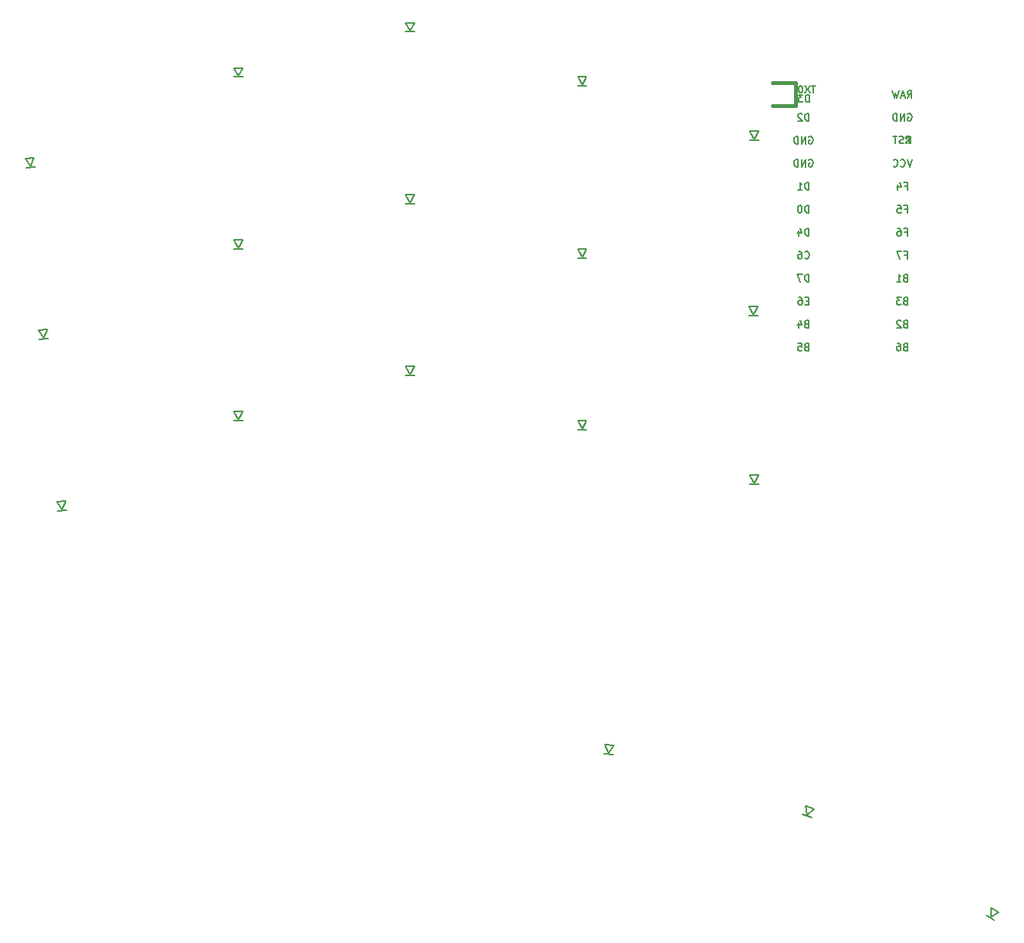
<source format=gbo>
G04 #@! TF.GenerationSoftware,KiCad,Pcbnew,7.0.7*
G04 #@! TF.CreationDate,2023-11-26T11:13:30-07:00*
G04 #@! TF.ProjectId,TypeStationX,54797065-5374-4617-9469-6f6e582e6b69,rev?*
G04 #@! TF.SameCoordinates,Original*
G04 #@! TF.FileFunction,Legend,Bot*
G04 #@! TF.FilePolarity,Positive*
%FSLAX46Y46*%
G04 Gerber Fmt 4.6, Leading zero omitted, Abs format (unit mm)*
G04 Created by KiCad (PCBNEW 7.0.7) date 2023-11-26 11:13:30*
%MOMM*%
%LPD*%
G01*
G04 APERTURE LIST*
G04 Aperture macros list*
%AMRotRect*
0 Rectangle, with rotation*
0 The origin of the aperture is its center*
0 $1 length*
0 $2 width*
0 $3 Rotation angle, in degrees counterclockwise*
0 Add horizontal line*
21,1,$1,$2,0,0,$3*%
G04 Aperture macros list end*
%ADD10C,0.150000*%
%ADD11C,0.381000*%
%ADD12R,1.752600X1.752600*%
%ADD13C,1.752600*%
%ADD14C,1.750000*%
%ADD15C,4.000000*%
%ADD16C,2.500000*%
%ADD17R,1.700000X1.700000*%
%ADD18O,1.700000X1.700000*%
%ADD19R,1.300000X1.400000*%
%ADD20RotRect,1.400000X1.300000X275.000000*%
%ADD21RotRect,1.400000X1.300000X264.000000*%
%ADD22RotRect,1.400000X1.300000X251.000000*%
%ADD23RotRect,1.400000X1.300000X238.000000*%
G04 APERTURE END LIST*
D10*
X113929475Y-69552295D02*
X113929475Y-68752295D01*
X113929475Y-68752295D02*
X113738999Y-68752295D01*
X113738999Y-68752295D02*
X113624713Y-68790390D01*
X113624713Y-68790390D02*
X113548523Y-68866580D01*
X113548523Y-68866580D02*
X113510428Y-68942771D01*
X113510428Y-68942771D02*
X113472332Y-69095152D01*
X113472332Y-69095152D02*
X113472332Y-69209438D01*
X113472332Y-69209438D02*
X113510428Y-69361819D01*
X113510428Y-69361819D02*
X113548523Y-69438009D01*
X113548523Y-69438009D02*
X113624713Y-69514200D01*
X113624713Y-69514200D02*
X113738999Y-69552295D01*
X113738999Y-69552295D02*
X113929475Y-69552295D01*
X112710428Y-69552295D02*
X113167571Y-69552295D01*
X112938999Y-69552295D02*
X112938999Y-68752295D01*
X112938999Y-68752295D02*
X113015190Y-68866580D01*
X113015190Y-68866580D02*
X113091380Y-68942771D01*
X113091380Y-68942771D02*
X113167571Y-68980866D01*
X124527666Y-74213247D02*
X124794332Y-74213247D01*
X124794332Y-74632295D02*
X124794332Y-73832295D01*
X124794332Y-73832295D02*
X124413380Y-73832295D01*
X123765761Y-73832295D02*
X123918142Y-73832295D01*
X123918142Y-73832295D02*
X123994333Y-73870390D01*
X123994333Y-73870390D02*
X124032428Y-73908485D01*
X124032428Y-73908485D02*
X124108618Y-74022771D01*
X124108618Y-74022771D02*
X124146714Y-74175152D01*
X124146714Y-74175152D02*
X124146714Y-74479914D01*
X124146714Y-74479914D02*
X124108618Y-74556104D01*
X124108618Y-74556104D02*
X124070523Y-74594200D01*
X124070523Y-74594200D02*
X123994333Y-74632295D01*
X123994333Y-74632295D02*
X123841952Y-74632295D01*
X123841952Y-74632295D02*
X123765761Y-74594200D01*
X123765761Y-74594200D02*
X123727666Y-74556104D01*
X123727666Y-74556104D02*
X123689571Y-74479914D01*
X123689571Y-74479914D02*
X123689571Y-74289438D01*
X123689571Y-74289438D02*
X123727666Y-74213247D01*
X123727666Y-74213247D02*
X123765761Y-74175152D01*
X123765761Y-74175152D02*
X123841952Y-74137057D01*
X123841952Y-74137057D02*
X123994333Y-74137057D01*
X123994333Y-74137057D02*
X124070523Y-74175152D01*
X124070523Y-74175152D02*
X124108618Y-74213247D01*
X124108618Y-74213247D02*
X124146714Y-74289438D01*
X124527666Y-69133247D02*
X124794332Y-69133247D01*
X124794332Y-69552295D02*
X124794332Y-68752295D01*
X124794332Y-68752295D02*
X124413380Y-68752295D01*
X123765761Y-69018961D02*
X123765761Y-69552295D01*
X123956237Y-68714200D02*
X124146714Y-69285628D01*
X124146714Y-69285628D02*
X123651475Y-69285628D01*
X124373333Y-64414200D02*
X124259047Y-64452295D01*
X124259047Y-64452295D02*
X124068571Y-64452295D01*
X124068571Y-64452295D02*
X123992380Y-64414200D01*
X123992380Y-64414200D02*
X123954285Y-64376104D01*
X123954285Y-64376104D02*
X123916190Y-64299914D01*
X123916190Y-64299914D02*
X123916190Y-64223723D01*
X123916190Y-64223723D02*
X123954285Y-64147533D01*
X123954285Y-64147533D02*
X123992380Y-64109438D01*
X123992380Y-64109438D02*
X124068571Y-64071342D01*
X124068571Y-64071342D02*
X124220952Y-64033247D01*
X124220952Y-64033247D02*
X124297142Y-63995152D01*
X124297142Y-63995152D02*
X124335237Y-63957057D01*
X124335237Y-63957057D02*
X124373333Y-63880866D01*
X124373333Y-63880866D02*
X124373333Y-63804676D01*
X124373333Y-63804676D02*
X124335237Y-63728485D01*
X124335237Y-63728485D02*
X124297142Y-63690390D01*
X124297142Y-63690390D02*
X124220952Y-63652295D01*
X124220952Y-63652295D02*
X124030475Y-63652295D01*
X124030475Y-63652295D02*
X123916190Y-63690390D01*
X123687618Y-63652295D02*
X123230475Y-63652295D01*
X123459047Y-64452295D02*
X123459047Y-63652295D01*
X113929475Y-79712295D02*
X113929475Y-78912295D01*
X113929475Y-78912295D02*
X113738999Y-78912295D01*
X113738999Y-78912295D02*
X113624713Y-78950390D01*
X113624713Y-78950390D02*
X113548523Y-79026580D01*
X113548523Y-79026580D02*
X113510428Y-79102771D01*
X113510428Y-79102771D02*
X113472332Y-79255152D01*
X113472332Y-79255152D02*
X113472332Y-79369438D01*
X113472332Y-79369438D02*
X113510428Y-79521819D01*
X113510428Y-79521819D02*
X113548523Y-79598009D01*
X113548523Y-79598009D02*
X113624713Y-79674200D01*
X113624713Y-79674200D02*
X113738999Y-79712295D01*
X113738999Y-79712295D02*
X113929475Y-79712295D01*
X113205666Y-78912295D02*
X112672332Y-78912295D01*
X112672332Y-78912295D02*
X113015190Y-79712295D01*
X124584809Y-81833247D02*
X124470523Y-81871342D01*
X124470523Y-81871342D02*
X124432428Y-81909438D01*
X124432428Y-81909438D02*
X124394332Y-81985628D01*
X124394332Y-81985628D02*
X124394332Y-82099914D01*
X124394332Y-82099914D02*
X124432428Y-82176104D01*
X124432428Y-82176104D02*
X124470523Y-82214200D01*
X124470523Y-82214200D02*
X124546713Y-82252295D01*
X124546713Y-82252295D02*
X124851475Y-82252295D01*
X124851475Y-82252295D02*
X124851475Y-81452295D01*
X124851475Y-81452295D02*
X124584809Y-81452295D01*
X124584809Y-81452295D02*
X124508618Y-81490390D01*
X124508618Y-81490390D02*
X124470523Y-81528485D01*
X124470523Y-81528485D02*
X124432428Y-81604676D01*
X124432428Y-81604676D02*
X124432428Y-81680866D01*
X124432428Y-81680866D02*
X124470523Y-81757057D01*
X124470523Y-81757057D02*
X124508618Y-81795152D01*
X124508618Y-81795152D02*
X124584809Y-81833247D01*
X124584809Y-81833247D02*
X124851475Y-81833247D01*
X124127666Y-81452295D02*
X123632428Y-81452295D01*
X123632428Y-81452295D02*
X123899094Y-81757057D01*
X123899094Y-81757057D02*
X123784809Y-81757057D01*
X123784809Y-81757057D02*
X123708618Y-81795152D01*
X123708618Y-81795152D02*
X123670523Y-81833247D01*
X123670523Y-81833247D02*
X123632428Y-81909438D01*
X123632428Y-81909438D02*
X123632428Y-82099914D01*
X123632428Y-82099914D02*
X123670523Y-82176104D01*
X123670523Y-82176104D02*
X123708618Y-82214200D01*
X123708618Y-82214200D02*
X123784809Y-82252295D01*
X123784809Y-82252295D02*
X124013380Y-82252295D01*
X124013380Y-82252295D02*
X124089571Y-82214200D01*
X124089571Y-82214200D02*
X124127666Y-82176104D01*
X124584809Y-86913247D02*
X124470523Y-86951342D01*
X124470523Y-86951342D02*
X124432428Y-86989438D01*
X124432428Y-86989438D02*
X124394332Y-87065628D01*
X124394332Y-87065628D02*
X124394332Y-87179914D01*
X124394332Y-87179914D02*
X124432428Y-87256104D01*
X124432428Y-87256104D02*
X124470523Y-87294200D01*
X124470523Y-87294200D02*
X124546713Y-87332295D01*
X124546713Y-87332295D02*
X124851475Y-87332295D01*
X124851475Y-87332295D02*
X124851475Y-86532295D01*
X124851475Y-86532295D02*
X124584809Y-86532295D01*
X124584809Y-86532295D02*
X124508618Y-86570390D01*
X124508618Y-86570390D02*
X124470523Y-86608485D01*
X124470523Y-86608485D02*
X124432428Y-86684676D01*
X124432428Y-86684676D02*
X124432428Y-86760866D01*
X124432428Y-86760866D02*
X124470523Y-86837057D01*
X124470523Y-86837057D02*
X124508618Y-86875152D01*
X124508618Y-86875152D02*
X124584809Y-86913247D01*
X124584809Y-86913247D02*
X124851475Y-86913247D01*
X123708618Y-86532295D02*
X123860999Y-86532295D01*
X123860999Y-86532295D02*
X123937190Y-86570390D01*
X123937190Y-86570390D02*
X123975285Y-86608485D01*
X123975285Y-86608485D02*
X124051475Y-86722771D01*
X124051475Y-86722771D02*
X124089571Y-86875152D01*
X124089571Y-86875152D02*
X124089571Y-87179914D01*
X124089571Y-87179914D02*
X124051475Y-87256104D01*
X124051475Y-87256104D02*
X124013380Y-87294200D01*
X124013380Y-87294200D02*
X123937190Y-87332295D01*
X123937190Y-87332295D02*
X123784809Y-87332295D01*
X123784809Y-87332295D02*
X123708618Y-87294200D01*
X123708618Y-87294200D02*
X123670523Y-87256104D01*
X123670523Y-87256104D02*
X123632428Y-87179914D01*
X123632428Y-87179914D02*
X123632428Y-86989438D01*
X123632428Y-86989438D02*
X123670523Y-86913247D01*
X123670523Y-86913247D02*
X123708618Y-86875152D01*
X123708618Y-86875152D02*
X123784809Y-86837057D01*
X123784809Y-86837057D02*
X123937190Y-86837057D01*
X123937190Y-86837057D02*
X124013380Y-86875152D01*
X124013380Y-86875152D02*
X124051475Y-86913247D01*
X124051475Y-86913247D02*
X124089571Y-86989438D01*
X124527666Y-76753247D02*
X124794332Y-76753247D01*
X124794332Y-77172295D02*
X124794332Y-76372295D01*
X124794332Y-76372295D02*
X124413380Y-76372295D01*
X124184809Y-76372295D02*
X123651475Y-76372295D01*
X123651475Y-76372295D02*
X123994333Y-77172295D01*
X113948523Y-66250390D02*
X114024713Y-66212295D01*
X114024713Y-66212295D02*
X114138999Y-66212295D01*
X114138999Y-66212295D02*
X114253285Y-66250390D01*
X114253285Y-66250390D02*
X114329475Y-66326580D01*
X114329475Y-66326580D02*
X114367570Y-66402771D01*
X114367570Y-66402771D02*
X114405666Y-66555152D01*
X114405666Y-66555152D02*
X114405666Y-66669438D01*
X114405666Y-66669438D02*
X114367570Y-66821819D01*
X114367570Y-66821819D02*
X114329475Y-66898009D01*
X114329475Y-66898009D02*
X114253285Y-66974200D01*
X114253285Y-66974200D02*
X114138999Y-67012295D01*
X114138999Y-67012295D02*
X114062808Y-67012295D01*
X114062808Y-67012295D02*
X113948523Y-66974200D01*
X113948523Y-66974200D02*
X113910427Y-66936104D01*
X113910427Y-66936104D02*
X113910427Y-66669438D01*
X113910427Y-66669438D02*
X114062808Y-66669438D01*
X113567570Y-67012295D02*
X113567570Y-66212295D01*
X113567570Y-66212295D02*
X113110427Y-67012295D01*
X113110427Y-67012295D02*
X113110427Y-66212295D01*
X112729475Y-67012295D02*
X112729475Y-66212295D01*
X112729475Y-66212295D02*
X112538999Y-66212295D01*
X112538999Y-66212295D02*
X112424713Y-66250390D01*
X112424713Y-66250390D02*
X112348523Y-66326580D01*
X112348523Y-66326580D02*
X112310428Y-66402771D01*
X112310428Y-66402771D02*
X112272332Y-66555152D01*
X112272332Y-66555152D02*
X112272332Y-66669438D01*
X112272332Y-66669438D02*
X112310428Y-66821819D01*
X112310428Y-66821819D02*
X112348523Y-66898009D01*
X112348523Y-66898009D02*
X112424713Y-66974200D01*
X112424713Y-66974200D02*
X112538999Y-67012295D01*
X112538999Y-67012295D02*
X112729475Y-67012295D01*
X113990475Y-59862295D02*
X113990475Y-59062295D01*
X113990475Y-59062295D02*
X113799999Y-59062295D01*
X113799999Y-59062295D02*
X113685713Y-59100390D01*
X113685713Y-59100390D02*
X113609523Y-59176580D01*
X113609523Y-59176580D02*
X113571428Y-59252771D01*
X113571428Y-59252771D02*
X113533332Y-59405152D01*
X113533332Y-59405152D02*
X113533332Y-59519438D01*
X113533332Y-59519438D02*
X113571428Y-59671819D01*
X113571428Y-59671819D02*
X113609523Y-59748009D01*
X113609523Y-59748009D02*
X113685713Y-59824200D01*
X113685713Y-59824200D02*
X113799999Y-59862295D01*
X113799999Y-59862295D02*
X113990475Y-59862295D01*
X113266666Y-59062295D02*
X112771428Y-59062295D01*
X112771428Y-59062295D02*
X113038094Y-59367057D01*
X113038094Y-59367057D02*
X112923809Y-59367057D01*
X112923809Y-59367057D02*
X112847618Y-59405152D01*
X112847618Y-59405152D02*
X112809523Y-59443247D01*
X112809523Y-59443247D02*
X112771428Y-59519438D01*
X112771428Y-59519438D02*
X112771428Y-59709914D01*
X112771428Y-59709914D02*
X112809523Y-59786104D01*
X112809523Y-59786104D02*
X112847618Y-59824200D01*
X112847618Y-59824200D02*
X112923809Y-59862295D01*
X112923809Y-59862295D02*
X113152380Y-59862295D01*
X113152380Y-59862295D02*
X113228571Y-59824200D01*
X113228571Y-59824200D02*
X113266666Y-59786104D01*
X113929475Y-74632295D02*
X113929475Y-73832295D01*
X113929475Y-73832295D02*
X113738999Y-73832295D01*
X113738999Y-73832295D02*
X113624713Y-73870390D01*
X113624713Y-73870390D02*
X113548523Y-73946580D01*
X113548523Y-73946580D02*
X113510428Y-74022771D01*
X113510428Y-74022771D02*
X113472332Y-74175152D01*
X113472332Y-74175152D02*
X113472332Y-74289438D01*
X113472332Y-74289438D02*
X113510428Y-74441819D01*
X113510428Y-74441819D02*
X113548523Y-74518009D01*
X113548523Y-74518009D02*
X113624713Y-74594200D01*
X113624713Y-74594200D02*
X113738999Y-74632295D01*
X113738999Y-74632295D02*
X113929475Y-74632295D01*
X112786618Y-74098961D02*
X112786618Y-74632295D01*
X112977094Y-73794200D02*
X113167571Y-74365628D01*
X113167571Y-74365628D02*
X112672332Y-74365628D01*
X124813380Y-59392295D02*
X125080047Y-59011342D01*
X125270523Y-59392295D02*
X125270523Y-58592295D01*
X125270523Y-58592295D02*
X124965761Y-58592295D01*
X124965761Y-58592295D02*
X124889571Y-58630390D01*
X124889571Y-58630390D02*
X124851476Y-58668485D01*
X124851476Y-58668485D02*
X124813380Y-58744676D01*
X124813380Y-58744676D02*
X124813380Y-58858961D01*
X124813380Y-58858961D02*
X124851476Y-58935152D01*
X124851476Y-58935152D02*
X124889571Y-58973247D01*
X124889571Y-58973247D02*
X124965761Y-59011342D01*
X124965761Y-59011342D02*
X125270523Y-59011342D01*
X124508619Y-59163723D02*
X124127666Y-59163723D01*
X124584809Y-59392295D02*
X124318142Y-58592295D01*
X124318142Y-58592295D02*
X124051476Y-59392295D01*
X123861000Y-58592295D02*
X123670524Y-59392295D01*
X123670524Y-59392295D02*
X123518143Y-58820866D01*
X123518143Y-58820866D02*
X123365762Y-59392295D01*
X123365762Y-59392295D02*
X123175286Y-58592295D01*
X124584809Y-79293247D02*
X124470523Y-79331342D01*
X124470523Y-79331342D02*
X124432428Y-79369438D01*
X124432428Y-79369438D02*
X124394332Y-79445628D01*
X124394332Y-79445628D02*
X124394332Y-79559914D01*
X124394332Y-79559914D02*
X124432428Y-79636104D01*
X124432428Y-79636104D02*
X124470523Y-79674200D01*
X124470523Y-79674200D02*
X124546713Y-79712295D01*
X124546713Y-79712295D02*
X124851475Y-79712295D01*
X124851475Y-79712295D02*
X124851475Y-78912295D01*
X124851475Y-78912295D02*
X124584809Y-78912295D01*
X124584809Y-78912295D02*
X124508618Y-78950390D01*
X124508618Y-78950390D02*
X124470523Y-78988485D01*
X124470523Y-78988485D02*
X124432428Y-79064676D01*
X124432428Y-79064676D02*
X124432428Y-79140866D01*
X124432428Y-79140866D02*
X124470523Y-79217057D01*
X124470523Y-79217057D02*
X124508618Y-79255152D01*
X124508618Y-79255152D02*
X124584809Y-79293247D01*
X124584809Y-79293247D02*
X124851475Y-79293247D01*
X123632428Y-79712295D02*
X124089571Y-79712295D01*
X123860999Y-79712295D02*
X123860999Y-78912295D01*
X123860999Y-78912295D02*
X123937190Y-79026580D01*
X123937190Y-79026580D02*
X124013380Y-79102771D01*
X124013380Y-79102771D02*
X124089571Y-79140866D01*
X114690476Y-58062295D02*
X114233333Y-58062295D01*
X114461905Y-58862295D02*
X114461905Y-58062295D01*
X114042857Y-58062295D02*
X113509523Y-58862295D01*
X113509523Y-58062295D02*
X114042857Y-58862295D01*
X113052380Y-58062295D02*
X112976190Y-58062295D01*
X112976190Y-58062295D02*
X112899999Y-58100390D01*
X112899999Y-58100390D02*
X112861904Y-58138485D01*
X112861904Y-58138485D02*
X112823809Y-58214676D01*
X112823809Y-58214676D02*
X112785714Y-58367057D01*
X112785714Y-58367057D02*
X112785714Y-58557533D01*
X112785714Y-58557533D02*
X112823809Y-58709914D01*
X112823809Y-58709914D02*
X112861904Y-58786104D01*
X112861904Y-58786104D02*
X112899999Y-58824200D01*
X112899999Y-58824200D02*
X112976190Y-58862295D01*
X112976190Y-58862295D02*
X113052380Y-58862295D01*
X113052380Y-58862295D02*
X113128571Y-58824200D01*
X113128571Y-58824200D02*
X113166666Y-58786104D01*
X113166666Y-58786104D02*
X113204761Y-58709914D01*
X113204761Y-58709914D02*
X113242857Y-58557533D01*
X113242857Y-58557533D02*
X113242857Y-58367057D01*
X113242857Y-58367057D02*
X113204761Y-58214676D01*
X113204761Y-58214676D02*
X113166666Y-58138485D01*
X113166666Y-58138485D02*
X113128571Y-58100390D01*
X113128571Y-58100390D02*
X113052380Y-58062295D01*
X113891380Y-81833247D02*
X113624714Y-81833247D01*
X113510428Y-82252295D02*
X113891380Y-82252295D01*
X113891380Y-82252295D02*
X113891380Y-81452295D01*
X113891380Y-81452295D02*
X113510428Y-81452295D01*
X112824713Y-81452295D02*
X112977094Y-81452295D01*
X112977094Y-81452295D02*
X113053285Y-81490390D01*
X113053285Y-81490390D02*
X113091380Y-81528485D01*
X113091380Y-81528485D02*
X113167570Y-81642771D01*
X113167570Y-81642771D02*
X113205666Y-81795152D01*
X113205666Y-81795152D02*
X113205666Y-82099914D01*
X113205666Y-82099914D02*
X113167570Y-82176104D01*
X113167570Y-82176104D02*
X113129475Y-82214200D01*
X113129475Y-82214200D02*
X113053285Y-82252295D01*
X113053285Y-82252295D02*
X112900904Y-82252295D01*
X112900904Y-82252295D02*
X112824713Y-82214200D01*
X112824713Y-82214200D02*
X112786618Y-82176104D01*
X112786618Y-82176104D02*
X112748523Y-82099914D01*
X112748523Y-82099914D02*
X112748523Y-81909438D01*
X112748523Y-81909438D02*
X112786618Y-81833247D01*
X112786618Y-81833247D02*
X112824713Y-81795152D01*
X112824713Y-81795152D02*
X112900904Y-81757057D01*
X112900904Y-81757057D02*
X113053285Y-81757057D01*
X113053285Y-81757057D02*
X113129475Y-81795152D01*
X113129475Y-81795152D02*
X113167570Y-81833247D01*
X113167570Y-81833247D02*
X113205666Y-81909438D01*
X113948523Y-63710390D02*
X114024713Y-63672295D01*
X114024713Y-63672295D02*
X114138999Y-63672295D01*
X114138999Y-63672295D02*
X114253285Y-63710390D01*
X114253285Y-63710390D02*
X114329475Y-63786580D01*
X114329475Y-63786580D02*
X114367570Y-63862771D01*
X114367570Y-63862771D02*
X114405666Y-64015152D01*
X114405666Y-64015152D02*
X114405666Y-64129438D01*
X114405666Y-64129438D02*
X114367570Y-64281819D01*
X114367570Y-64281819D02*
X114329475Y-64358009D01*
X114329475Y-64358009D02*
X114253285Y-64434200D01*
X114253285Y-64434200D02*
X114138999Y-64472295D01*
X114138999Y-64472295D02*
X114062808Y-64472295D01*
X114062808Y-64472295D02*
X113948523Y-64434200D01*
X113948523Y-64434200D02*
X113910427Y-64396104D01*
X113910427Y-64396104D02*
X113910427Y-64129438D01*
X113910427Y-64129438D02*
X114062808Y-64129438D01*
X113567570Y-64472295D02*
X113567570Y-63672295D01*
X113567570Y-63672295D02*
X113110427Y-64472295D01*
X113110427Y-64472295D02*
X113110427Y-63672295D01*
X112729475Y-64472295D02*
X112729475Y-63672295D01*
X112729475Y-63672295D02*
X112538999Y-63672295D01*
X112538999Y-63672295D02*
X112424713Y-63710390D01*
X112424713Y-63710390D02*
X112348523Y-63786580D01*
X112348523Y-63786580D02*
X112310428Y-63862771D01*
X112310428Y-63862771D02*
X112272332Y-64015152D01*
X112272332Y-64015152D02*
X112272332Y-64129438D01*
X112272332Y-64129438D02*
X112310428Y-64281819D01*
X112310428Y-64281819D02*
X112348523Y-64358009D01*
X112348523Y-64358009D02*
X112424713Y-64434200D01*
X112424713Y-64434200D02*
X112538999Y-64472295D01*
X112538999Y-64472295D02*
X112729475Y-64472295D01*
X113929475Y-61932295D02*
X113929475Y-61132295D01*
X113929475Y-61132295D02*
X113738999Y-61132295D01*
X113738999Y-61132295D02*
X113624713Y-61170390D01*
X113624713Y-61170390D02*
X113548523Y-61246580D01*
X113548523Y-61246580D02*
X113510428Y-61322771D01*
X113510428Y-61322771D02*
X113472332Y-61475152D01*
X113472332Y-61475152D02*
X113472332Y-61589438D01*
X113472332Y-61589438D02*
X113510428Y-61741819D01*
X113510428Y-61741819D02*
X113548523Y-61818009D01*
X113548523Y-61818009D02*
X113624713Y-61894200D01*
X113624713Y-61894200D02*
X113738999Y-61932295D01*
X113738999Y-61932295D02*
X113929475Y-61932295D01*
X113167571Y-61208485D02*
X113129475Y-61170390D01*
X113129475Y-61170390D02*
X113053285Y-61132295D01*
X113053285Y-61132295D02*
X112862809Y-61132295D01*
X112862809Y-61132295D02*
X112786618Y-61170390D01*
X112786618Y-61170390D02*
X112748523Y-61208485D01*
X112748523Y-61208485D02*
X112710428Y-61284676D01*
X112710428Y-61284676D02*
X112710428Y-61360866D01*
X112710428Y-61360866D02*
X112748523Y-61475152D01*
X112748523Y-61475152D02*
X113205666Y-61932295D01*
X113205666Y-61932295D02*
X112710428Y-61932295D01*
X113472332Y-77096104D02*
X113510428Y-77134200D01*
X113510428Y-77134200D02*
X113624713Y-77172295D01*
X113624713Y-77172295D02*
X113700904Y-77172295D01*
X113700904Y-77172295D02*
X113815190Y-77134200D01*
X113815190Y-77134200D02*
X113891380Y-77058009D01*
X113891380Y-77058009D02*
X113929475Y-76981819D01*
X113929475Y-76981819D02*
X113967571Y-76829438D01*
X113967571Y-76829438D02*
X113967571Y-76715152D01*
X113967571Y-76715152D02*
X113929475Y-76562771D01*
X113929475Y-76562771D02*
X113891380Y-76486580D01*
X113891380Y-76486580D02*
X113815190Y-76410390D01*
X113815190Y-76410390D02*
X113700904Y-76372295D01*
X113700904Y-76372295D02*
X113624713Y-76372295D01*
X113624713Y-76372295D02*
X113510428Y-76410390D01*
X113510428Y-76410390D02*
X113472332Y-76448485D01*
X112786618Y-76372295D02*
X112938999Y-76372295D01*
X112938999Y-76372295D02*
X113015190Y-76410390D01*
X113015190Y-76410390D02*
X113053285Y-76448485D01*
X113053285Y-76448485D02*
X113129475Y-76562771D01*
X113129475Y-76562771D02*
X113167571Y-76715152D01*
X113167571Y-76715152D02*
X113167571Y-77019914D01*
X113167571Y-77019914D02*
X113129475Y-77096104D01*
X113129475Y-77096104D02*
X113091380Y-77134200D01*
X113091380Y-77134200D02*
X113015190Y-77172295D01*
X113015190Y-77172295D02*
X112862809Y-77172295D01*
X112862809Y-77172295D02*
X112786618Y-77134200D01*
X112786618Y-77134200D02*
X112748523Y-77096104D01*
X112748523Y-77096104D02*
X112710428Y-77019914D01*
X112710428Y-77019914D02*
X112710428Y-76829438D01*
X112710428Y-76829438D02*
X112748523Y-76753247D01*
X112748523Y-76753247D02*
X112786618Y-76715152D01*
X112786618Y-76715152D02*
X112862809Y-76677057D01*
X112862809Y-76677057D02*
X113015190Y-76677057D01*
X113015190Y-76677057D02*
X113091380Y-76715152D01*
X113091380Y-76715152D02*
X113129475Y-76753247D01*
X113129475Y-76753247D02*
X113167571Y-76829438D01*
X113662809Y-86913247D02*
X113548523Y-86951342D01*
X113548523Y-86951342D02*
X113510428Y-86989438D01*
X113510428Y-86989438D02*
X113472332Y-87065628D01*
X113472332Y-87065628D02*
X113472332Y-87179914D01*
X113472332Y-87179914D02*
X113510428Y-87256104D01*
X113510428Y-87256104D02*
X113548523Y-87294200D01*
X113548523Y-87294200D02*
X113624713Y-87332295D01*
X113624713Y-87332295D02*
X113929475Y-87332295D01*
X113929475Y-87332295D02*
X113929475Y-86532295D01*
X113929475Y-86532295D02*
X113662809Y-86532295D01*
X113662809Y-86532295D02*
X113586618Y-86570390D01*
X113586618Y-86570390D02*
X113548523Y-86608485D01*
X113548523Y-86608485D02*
X113510428Y-86684676D01*
X113510428Y-86684676D02*
X113510428Y-86760866D01*
X113510428Y-86760866D02*
X113548523Y-86837057D01*
X113548523Y-86837057D02*
X113586618Y-86875152D01*
X113586618Y-86875152D02*
X113662809Y-86913247D01*
X113662809Y-86913247D02*
X113929475Y-86913247D01*
X112748523Y-86532295D02*
X113129475Y-86532295D01*
X113129475Y-86532295D02*
X113167571Y-86913247D01*
X113167571Y-86913247D02*
X113129475Y-86875152D01*
X113129475Y-86875152D02*
X113053285Y-86837057D01*
X113053285Y-86837057D02*
X112862809Y-86837057D01*
X112862809Y-86837057D02*
X112786618Y-86875152D01*
X112786618Y-86875152D02*
X112748523Y-86913247D01*
X112748523Y-86913247D02*
X112710428Y-86989438D01*
X112710428Y-86989438D02*
X112710428Y-87179914D01*
X112710428Y-87179914D02*
X112748523Y-87256104D01*
X112748523Y-87256104D02*
X112786618Y-87294200D01*
X112786618Y-87294200D02*
X112862809Y-87332295D01*
X112862809Y-87332295D02*
X113053285Y-87332295D01*
X113053285Y-87332295D02*
X113129475Y-87294200D01*
X113129475Y-87294200D02*
X113167571Y-87256104D01*
X124527666Y-71673247D02*
X124794332Y-71673247D01*
X124794332Y-72092295D02*
X124794332Y-71292295D01*
X124794332Y-71292295D02*
X124413380Y-71292295D01*
X123727666Y-71292295D02*
X124108618Y-71292295D01*
X124108618Y-71292295D02*
X124146714Y-71673247D01*
X124146714Y-71673247D02*
X124108618Y-71635152D01*
X124108618Y-71635152D02*
X124032428Y-71597057D01*
X124032428Y-71597057D02*
X123841952Y-71597057D01*
X123841952Y-71597057D02*
X123765761Y-71635152D01*
X123765761Y-71635152D02*
X123727666Y-71673247D01*
X123727666Y-71673247D02*
X123689571Y-71749438D01*
X123689571Y-71749438D02*
X123689571Y-71939914D01*
X123689571Y-71939914D02*
X123727666Y-72016104D01*
X123727666Y-72016104D02*
X123765761Y-72054200D01*
X123765761Y-72054200D02*
X123841952Y-72092295D01*
X123841952Y-72092295D02*
X124032428Y-72092295D01*
X124032428Y-72092295D02*
X124108618Y-72054200D01*
X124108618Y-72054200D02*
X124146714Y-72016104D01*
X125327666Y-66212295D02*
X125060999Y-67012295D01*
X125060999Y-67012295D02*
X124794333Y-66212295D01*
X124070523Y-66936104D02*
X124108619Y-66974200D01*
X124108619Y-66974200D02*
X124222904Y-67012295D01*
X124222904Y-67012295D02*
X124299095Y-67012295D01*
X124299095Y-67012295D02*
X124413381Y-66974200D01*
X124413381Y-66974200D02*
X124489571Y-66898009D01*
X124489571Y-66898009D02*
X124527666Y-66821819D01*
X124527666Y-66821819D02*
X124565762Y-66669438D01*
X124565762Y-66669438D02*
X124565762Y-66555152D01*
X124565762Y-66555152D02*
X124527666Y-66402771D01*
X124527666Y-66402771D02*
X124489571Y-66326580D01*
X124489571Y-66326580D02*
X124413381Y-66250390D01*
X124413381Y-66250390D02*
X124299095Y-66212295D01*
X124299095Y-66212295D02*
X124222904Y-66212295D01*
X124222904Y-66212295D02*
X124108619Y-66250390D01*
X124108619Y-66250390D02*
X124070523Y-66288485D01*
X123270523Y-66936104D02*
X123308619Y-66974200D01*
X123308619Y-66974200D02*
X123422904Y-67012295D01*
X123422904Y-67012295D02*
X123499095Y-67012295D01*
X123499095Y-67012295D02*
X123613381Y-66974200D01*
X123613381Y-66974200D02*
X123689571Y-66898009D01*
X123689571Y-66898009D02*
X123727666Y-66821819D01*
X123727666Y-66821819D02*
X123765762Y-66669438D01*
X123765762Y-66669438D02*
X123765762Y-66555152D01*
X123765762Y-66555152D02*
X123727666Y-66402771D01*
X123727666Y-66402771D02*
X123689571Y-66326580D01*
X123689571Y-66326580D02*
X123613381Y-66250390D01*
X123613381Y-66250390D02*
X123499095Y-66212295D01*
X123499095Y-66212295D02*
X123422904Y-66212295D01*
X123422904Y-66212295D02*
X123308619Y-66250390D01*
X123308619Y-66250390D02*
X123270523Y-66288485D01*
X113662809Y-84373247D02*
X113548523Y-84411342D01*
X113548523Y-84411342D02*
X113510428Y-84449438D01*
X113510428Y-84449438D02*
X113472332Y-84525628D01*
X113472332Y-84525628D02*
X113472332Y-84639914D01*
X113472332Y-84639914D02*
X113510428Y-84716104D01*
X113510428Y-84716104D02*
X113548523Y-84754200D01*
X113548523Y-84754200D02*
X113624713Y-84792295D01*
X113624713Y-84792295D02*
X113929475Y-84792295D01*
X113929475Y-84792295D02*
X113929475Y-83992295D01*
X113929475Y-83992295D02*
X113662809Y-83992295D01*
X113662809Y-83992295D02*
X113586618Y-84030390D01*
X113586618Y-84030390D02*
X113548523Y-84068485D01*
X113548523Y-84068485D02*
X113510428Y-84144676D01*
X113510428Y-84144676D02*
X113510428Y-84220866D01*
X113510428Y-84220866D02*
X113548523Y-84297057D01*
X113548523Y-84297057D02*
X113586618Y-84335152D01*
X113586618Y-84335152D02*
X113662809Y-84373247D01*
X113662809Y-84373247D02*
X113929475Y-84373247D01*
X112786618Y-84258961D02*
X112786618Y-84792295D01*
X112977094Y-83954200D02*
X113167571Y-84525628D01*
X113167571Y-84525628D02*
X112672332Y-84525628D01*
X113929475Y-72092295D02*
X113929475Y-71292295D01*
X113929475Y-71292295D02*
X113738999Y-71292295D01*
X113738999Y-71292295D02*
X113624713Y-71330390D01*
X113624713Y-71330390D02*
X113548523Y-71406580D01*
X113548523Y-71406580D02*
X113510428Y-71482771D01*
X113510428Y-71482771D02*
X113472332Y-71635152D01*
X113472332Y-71635152D02*
X113472332Y-71749438D01*
X113472332Y-71749438D02*
X113510428Y-71901819D01*
X113510428Y-71901819D02*
X113548523Y-71978009D01*
X113548523Y-71978009D02*
X113624713Y-72054200D01*
X113624713Y-72054200D02*
X113738999Y-72092295D01*
X113738999Y-72092295D02*
X113929475Y-72092295D01*
X112977094Y-71292295D02*
X112900904Y-71292295D01*
X112900904Y-71292295D02*
X112824713Y-71330390D01*
X112824713Y-71330390D02*
X112786618Y-71368485D01*
X112786618Y-71368485D02*
X112748523Y-71444676D01*
X112748523Y-71444676D02*
X112710428Y-71597057D01*
X112710428Y-71597057D02*
X112710428Y-71787533D01*
X112710428Y-71787533D02*
X112748523Y-71939914D01*
X112748523Y-71939914D02*
X112786618Y-72016104D01*
X112786618Y-72016104D02*
X112824713Y-72054200D01*
X112824713Y-72054200D02*
X112900904Y-72092295D01*
X112900904Y-72092295D02*
X112977094Y-72092295D01*
X112977094Y-72092295D02*
X113053285Y-72054200D01*
X113053285Y-72054200D02*
X113091380Y-72016104D01*
X113091380Y-72016104D02*
X113129475Y-71939914D01*
X113129475Y-71939914D02*
X113167571Y-71787533D01*
X113167571Y-71787533D02*
X113167571Y-71597057D01*
X113167571Y-71597057D02*
X113129475Y-71444676D01*
X113129475Y-71444676D02*
X113091380Y-71368485D01*
X113091380Y-71368485D02*
X113053285Y-71330390D01*
X113053285Y-71330390D02*
X112977094Y-71292295D01*
X124584809Y-84373247D02*
X124470523Y-84411342D01*
X124470523Y-84411342D02*
X124432428Y-84449438D01*
X124432428Y-84449438D02*
X124394332Y-84525628D01*
X124394332Y-84525628D02*
X124394332Y-84639914D01*
X124394332Y-84639914D02*
X124432428Y-84716104D01*
X124432428Y-84716104D02*
X124470523Y-84754200D01*
X124470523Y-84754200D02*
X124546713Y-84792295D01*
X124546713Y-84792295D02*
X124851475Y-84792295D01*
X124851475Y-84792295D02*
X124851475Y-83992295D01*
X124851475Y-83992295D02*
X124584809Y-83992295D01*
X124584809Y-83992295D02*
X124508618Y-84030390D01*
X124508618Y-84030390D02*
X124470523Y-84068485D01*
X124470523Y-84068485D02*
X124432428Y-84144676D01*
X124432428Y-84144676D02*
X124432428Y-84220866D01*
X124432428Y-84220866D02*
X124470523Y-84297057D01*
X124470523Y-84297057D02*
X124508618Y-84335152D01*
X124508618Y-84335152D02*
X124584809Y-84373247D01*
X124584809Y-84373247D02*
X124851475Y-84373247D01*
X124089571Y-84068485D02*
X124051475Y-84030390D01*
X124051475Y-84030390D02*
X123975285Y-83992295D01*
X123975285Y-83992295D02*
X123784809Y-83992295D01*
X123784809Y-83992295D02*
X123708618Y-84030390D01*
X123708618Y-84030390D02*
X123670523Y-84068485D01*
X123670523Y-84068485D02*
X123632428Y-84144676D01*
X123632428Y-84144676D02*
X123632428Y-84220866D01*
X123632428Y-84220866D02*
X123670523Y-84335152D01*
X123670523Y-84335152D02*
X124127666Y-84792295D01*
X124127666Y-84792295D02*
X123632428Y-84792295D01*
X124870523Y-61170390D02*
X124946713Y-61132295D01*
X124946713Y-61132295D02*
X125060999Y-61132295D01*
X125060999Y-61132295D02*
X125175285Y-61170390D01*
X125175285Y-61170390D02*
X125251475Y-61246580D01*
X125251475Y-61246580D02*
X125289570Y-61322771D01*
X125289570Y-61322771D02*
X125327666Y-61475152D01*
X125327666Y-61475152D02*
X125327666Y-61589438D01*
X125327666Y-61589438D02*
X125289570Y-61741819D01*
X125289570Y-61741819D02*
X125251475Y-61818009D01*
X125251475Y-61818009D02*
X125175285Y-61894200D01*
X125175285Y-61894200D02*
X125060999Y-61932295D01*
X125060999Y-61932295D02*
X124984808Y-61932295D01*
X124984808Y-61932295D02*
X124870523Y-61894200D01*
X124870523Y-61894200D02*
X124832427Y-61856104D01*
X124832427Y-61856104D02*
X124832427Y-61589438D01*
X124832427Y-61589438D02*
X124984808Y-61589438D01*
X124489570Y-61932295D02*
X124489570Y-61132295D01*
X124489570Y-61132295D02*
X124032427Y-61932295D01*
X124032427Y-61932295D02*
X124032427Y-61132295D01*
X123651475Y-61932295D02*
X123651475Y-61132295D01*
X123651475Y-61132295D02*
X123460999Y-61132295D01*
X123460999Y-61132295D02*
X123346713Y-61170390D01*
X123346713Y-61170390D02*
X123270523Y-61246580D01*
X123270523Y-61246580D02*
X123232428Y-61322771D01*
X123232428Y-61322771D02*
X123194332Y-61475152D01*
X123194332Y-61475152D02*
X123194332Y-61589438D01*
X123194332Y-61589438D02*
X123232428Y-61741819D01*
X123232428Y-61741819D02*
X123270523Y-61818009D01*
X123270523Y-61818009D02*
X123346713Y-61894200D01*
X123346713Y-61894200D02*
X123460999Y-61932295D01*
X123460999Y-61932295D02*
X123651475Y-61932295D01*
D11*
X112450000Y-57760000D02*
X109910000Y-57760000D01*
X112450000Y-57760000D02*
X112450000Y-60300000D01*
X112450000Y-60300000D02*
X109910000Y-60300000D01*
D10*
X125144635Y-64449030D02*
X125044635Y-64449030D01*
X125044635Y-63649030D01*
X125144635Y-63649030D01*
X125144635Y-64449030D01*
G36*
X125144635Y-64449030D02*
G01*
X125044635Y-64449030D01*
X125044635Y-63649030D01*
X125144635Y-63649030D01*
X125144635Y-64449030D01*
G37*
X125144635Y-63749030D02*
X124644635Y-63749030D01*
X124644635Y-63649030D01*
X125144635Y-63649030D01*
X125144635Y-63749030D01*
G36*
X125144635Y-63749030D02*
G01*
X124644635Y-63749030D01*
X124644635Y-63649030D01*
X125144635Y-63649030D01*
X125144635Y-63749030D01*
G37*
X124744635Y-63949030D02*
X124644635Y-63949030D01*
X124644635Y-63649030D01*
X124744635Y-63649030D01*
X124744635Y-63949030D01*
G36*
X124744635Y-63949030D02*
G01*
X124644635Y-63949030D01*
X124644635Y-63649030D01*
X124744635Y-63649030D01*
X124744635Y-63949030D01*
G37*
X124944635Y-64149030D02*
X124844635Y-64149030D01*
X124844635Y-64049030D01*
X124944635Y-64049030D01*
X124944635Y-64149030D01*
G36*
X124944635Y-64149030D02*
G01*
X124844635Y-64149030D01*
X124844635Y-64049030D01*
X124944635Y-64049030D01*
X124944635Y-64149030D01*
G37*
X124744635Y-64449030D02*
X124644635Y-64449030D01*
X124644635Y-64249030D01*
X124744635Y-64249030D01*
X124744635Y-64449030D01*
G36*
X124744635Y-64449030D02*
G01*
X124644635Y-64449030D01*
X124644635Y-64249030D01*
X124744635Y-64249030D01*
X124744635Y-64449030D01*
G37*
X89400000Y-96103631D02*
X88400000Y-96103631D01*
X88900000Y-96003631D02*
X89400000Y-95103631D01*
X88400000Y-95103631D02*
X88900000Y-96003631D01*
X89400000Y-95103631D02*
X88400000Y-95103631D01*
X89400000Y-58103631D02*
X88400000Y-58103631D01*
X88900000Y-58003631D02*
X89400000Y-57103631D01*
X88400000Y-57103631D02*
X88900000Y-58003631D01*
X89400000Y-57103631D02*
X88400000Y-57103631D01*
X29924632Y-86032257D02*
X28928438Y-86119413D01*
X29417819Y-85976216D02*
X29837476Y-85036063D01*
X28841282Y-85123219D02*
X29417819Y-85976216D01*
X29837476Y-85036063D02*
X28841282Y-85123219D01*
X92298646Y-131983588D02*
X91304124Y-131879060D01*
X91811838Y-131831872D02*
X92403174Y-130989066D01*
X91408652Y-130884538D02*
X91811838Y-131831872D01*
X92403174Y-130989066D02*
X91408652Y-130884538D01*
X51400000Y-76103631D02*
X50400000Y-76103631D01*
X50900000Y-76003631D02*
X51400000Y-75103631D01*
X50400000Y-75103631D02*
X50900000Y-76003631D01*
X51400000Y-75103631D02*
X50400000Y-75103631D01*
X70400000Y-90103631D02*
X69400000Y-90103631D01*
X69900000Y-90003631D02*
X70400000Y-89103631D01*
X69400000Y-89103631D02*
X69900000Y-90003631D01*
X70400000Y-89103631D02*
X69400000Y-89103631D01*
X28441675Y-67054519D02*
X27445481Y-67141675D01*
X27934862Y-66998478D02*
X28354519Y-66058325D01*
X27358325Y-66145481D02*
X27934862Y-66998478D01*
X28354519Y-66058325D02*
X27358325Y-66145481D01*
X114220951Y-138910843D02*
X113275433Y-138585275D01*
X113780749Y-138653507D02*
X114546519Y-137965325D01*
X113601001Y-137639757D02*
X113780749Y-138653507D01*
X114546519Y-137965325D02*
X113601001Y-137639757D01*
X108323227Y-83499079D02*
X107323227Y-83499079D01*
X107823227Y-83399079D02*
X108323227Y-82499079D01*
X107323227Y-82499079D02*
X107823227Y-83399079D01*
X108323227Y-82499079D02*
X107323227Y-82499079D01*
X108400000Y-64100000D02*
X107400000Y-64100000D01*
X107900000Y-64000000D02*
X108400000Y-63100000D01*
X107400000Y-63100000D02*
X107900000Y-64000000D01*
X108400000Y-63100000D02*
X107400000Y-63100000D01*
X108400000Y-102103631D02*
X107400000Y-102103631D01*
X107900000Y-102003631D02*
X108400000Y-101103631D01*
X107400000Y-101103631D02*
X107900000Y-102003631D01*
X108400000Y-101103631D02*
X107400000Y-101103631D01*
X51400000Y-95100000D02*
X50400000Y-95100000D01*
X50900000Y-95000000D02*
X51400000Y-94100000D01*
X50400000Y-94100000D02*
X50900000Y-95000000D01*
X51400000Y-94100000D02*
X50400000Y-94100000D01*
X70400000Y-71103631D02*
X69400000Y-71103631D01*
X69900000Y-71003631D02*
X70400000Y-70103631D01*
X69400000Y-70103631D02*
X69900000Y-71003631D01*
X70400000Y-70103631D02*
X69400000Y-70103631D01*
X51400000Y-57100000D02*
X50400000Y-57100000D01*
X50900000Y-57000000D02*
X51400000Y-56100000D01*
X50400000Y-56100000D02*
X50900000Y-57000000D01*
X51400000Y-56100000D02*
X50400000Y-56100000D01*
X89400000Y-77103631D02*
X88400000Y-77103631D01*
X88900000Y-77003631D02*
X89400000Y-76103631D01*
X88400000Y-76103631D02*
X88900000Y-77003631D01*
X89400000Y-76103631D02*
X88400000Y-76103631D01*
X134419425Y-150263378D02*
X133571377Y-149733458D01*
X134048393Y-149913613D02*
X134949345Y-149415330D01*
X134101297Y-148885410D02*
X134048393Y-149913613D01*
X134949345Y-149415330D02*
X134101297Y-148885410D01*
X31920968Y-104990377D02*
X30924774Y-105077533D01*
X31414155Y-104934336D02*
X31833812Y-103994183D01*
X30837618Y-104081339D02*
X31414155Y-104934336D01*
X31833812Y-103994183D02*
X30837618Y-104081339D01*
X70400000Y-52103631D02*
X69400000Y-52103631D01*
X69900000Y-52003631D02*
X70400000Y-51103631D01*
X69400000Y-51103631D02*
X69900000Y-52003631D01*
X70400000Y-51103631D02*
X69400000Y-51103631D01*
D12*
X111180000Y-59030000D03*
D13*
X111180000Y-61570000D03*
X111180000Y-64110000D03*
X111180000Y-66650000D03*
X111180000Y-69190000D03*
X111180000Y-71730000D03*
X111180000Y-74270000D03*
X111180000Y-76810000D03*
X111180000Y-79350000D03*
X111180000Y-81890000D03*
X111180000Y-84430000D03*
X111180000Y-86970000D03*
X126420000Y-86970000D03*
X126420000Y-84430000D03*
X126420000Y-81890000D03*
X126420000Y-79350000D03*
X126420000Y-76810000D03*
X126420000Y-74270000D03*
X126420000Y-71730000D03*
X126420000Y-69190000D03*
X126420000Y-66650000D03*
X126420000Y-64110000D03*
X126420000Y-61570000D03*
X126420000Y-59030000D03*
%LPC*%
D14*
X56767381Y-70603631D03*
D15*
X61847381Y-70603631D03*
D14*
X66927381Y-70603631D03*
D16*
X58037381Y-68063631D03*
X64387381Y-65523631D03*
D14*
X75767381Y-76603631D03*
D15*
X80847381Y-76603631D03*
D14*
X85927381Y-76603631D03*
D16*
X77037381Y-74063631D03*
X83387381Y-71523631D03*
D14*
X16350501Y-86717930D03*
D15*
X21411170Y-86275179D03*
D14*
X26471839Y-85832428D03*
D16*
X17394293Y-84076908D03*
X23498753Y-80993134D03*
D14*
X37767381Y-75603631D03*
D15*
X42847381Y-75603631D03*
D14*
X47927381Y-75603631D03*
D16*
X39037381Y-73063631D03*
X45387381Y-70523631D03*
D14*
X37767381Y-94603631D03*
D15*
X42847381Y-94603631D03*
D14*
X47927381Y-94603631D03*
D16*
X39037381Y-92063631D03*
X45387381Y-89523631D03*
D14*
X14713224Y-67748165D03*
D15*
X19773893Y-67305414D03*
D14*
X24834562Y-66862663D03*
D16*
X15757016Y-65107143D03*
X21861476Y-62023369D03*
D14*
X56767381Y-51603631D03*
D15*
X61847381Y-51603631D03*
D14*
X66927381Y-51603631D03*
D16*
X58037381Y-49063631D03*
X64387381Y-46523631D03*
D14*
X78790157Y-130061034D03*
D15*
X83842328Y-130592039D03*
D14*
X88894499Y-131123044D03*
D16*
X80318702Y-127667700D03*
X86899418Y-125805370D03*
D14*
X75767381Y-57603631D03*
D15*
X80847381Y-57603631D03*
D14*
X85927381Y-57603631D03*
D16*
X77037381Y-55063631D03*
X83387381Y-52523631D03*
D14*
X123167892Y-142643050D03*
D15*
X127475976Y-145335040D03*
D14*
X131784060Y-148027030D03*
D16*
X125590908Y-141162005D03*
X132322008Y-142372951D03*
D14*
X37767381Y-56603631D03*
D15*
X42847381Y-56603631D03*
D14*
X47927381Y-56603631D03*
D16*
X39037381Y-54063631D03*
X45387381Y-51523631D03*
D14*
X101457718Y-133987299D03*
D15*
X106260952Y-135641185D03*
D14*
X111064186Y-137295071D03*
D16*
X103485469Y-131999153D03*
X110316455Y-131664894D03*
D17*
X112000000Y-92000000D03*
D18*
X112000000Y-96000000D03*
X112000000Y-100000000D03*
X112000000Y-104000000D03*
X112000000Y-108000000D03*
X112000000Y-112000000D03*
X112000000Y-116000000D03*
X112000000Y-120000000D03*
X112000000Y-124000000D03*
D14*
X17999132Y-105706470D03*
D15*
X23059801Y-105263719D03*
D14*
X28120470Y-104820968D03*
D16*
X19042924Y-103065448D03*
X25147384Y-99981674D03*
D14*
X94767381Y-82603631D03*
D15*
X99847381Y-82603631D03*
D14*
X104927381Y-82603631D03*
D16*
X96037381Y-80063631D03*
X102387381Y-77523631D03*
D14*
X94767381Y-63603631D03*
D15*
X99847381Y-63603631D03*
D14*
X104927381Y-63603631D03*
D16*
X96037381Y-61063631D03*
X102387381Y-58523631D03*
D14*
X75767381Y-95603631D03*
D15*
X80847381Y-95603631D03*
D14*
X85927381Y-95603631D03*
D16*
X77037381Y-93063631D03*
X83387381Y-90523631D03*
D14*
X56767381Y-89603631D03*
D15*
X61847381Y-89603631D03*
D14*
X66927381Y-89603631D03*
D16*
X58037381Y-87063631D03*
X64387381Y-84523631D03*
D14*
X94767381Y-101603631D03*
D15*
X99847381Y-101603631D03*
D14*
X104927381Y-101603631D03*
D16*
X96037381Y-99063631D03*
X102387381Y-96523631D03*
D12*
X111180000Y-59030000D03*
D13*
X111180000Y-61570000D03*
X111180000Y-64110000D03*
X111180000Y-66650000D03*
X111180000Y-69190000D03*
X111180000Y-71730000D03*
X111180000Y-74270000D03*
X111180000Y-76810000D03*
X111180000Y-79350000D03*
X111180000Y-81890000D03*
X111180000Y-84430000D03*
X111180000Y-86970000D03*
X126420000Y-86970000D03*
X126420000Y-84430000D03*
X126420000Y-81890000D03*
X126420000Y-79350000D03*
X126420000Y-76810000D03*
X126420000Y-74270000D03*
X126420000Y-71730000D03*
X126420000Y-69190000D03*
X126420000Y-66650000D03*
X126420000Y-64110000D03*
X126420000Y-61570000D03*
X126420000Y-59030000D03*
D19*
X88900000Y-97378631D03*
X88900000Y-93828631D03*
X88900000Y-59378631D03*
X88900000Y-55828631D03*
D20*
X29537658Y-87345984D03*
X29228256Y-83809492D03*
D21*
X91668111Y-133199339D03*
X92039187Y-129668787D03*
D19*
X50900000Y-77378631D03*
X50900000Y-73828631D03*
X69900000Y-91378631D03*
X69900000Y-87828631D03*
D20*
X28054701Y-68368246D03*
X27745299Y-64831754D03*
D22*
X113333093Y-139953595D03*
X114488859Y-136597005D03*
D19*
X107823227Y-84774079D03*
X107823227Y-81224079D03*
X107900000Y-65375000D03*
X107900000Y-61825000D03*
X107900000Y-103378631D03*
X107900000Y-99828631D03*
X50900000Y-96375000D03*
X50900000Y-92825000D03*
X69900000Y-72378631D03*
X69900000Y-68828631D03*
X50900000Y-58375000D03*
X50900000Y-54825000D03*
X88900000Y-78378631D03*
X88900000Y-74828631D03*
D23*
X133319754Y-151079679D03*
X135200968Y-148069109D03*
D20*
X31533994Y-106304104D03*
X31224592Y-102767612D03*
D19*
X69900000Y-53378631D03*
X69900000Y-49828631D03*
%LPD*%
M02*

</source>
